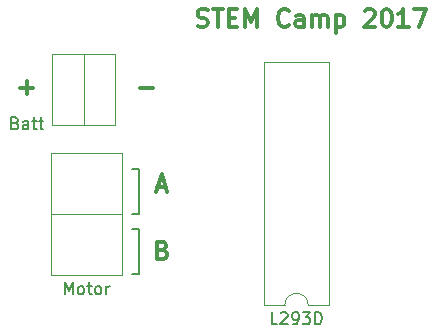
<source format=gto>
G04 #@! TF.FileFunction,Legend,Top*
%FSLAX46Y46*%
G04 Gerber Fmt 4.6, Leading zero omitted, Abs format (unit mm)*
G04 Created by KiCad (PCBNEW 4.0.6) date Wed Jun 28 23:47:14 2017*
%MOMM*%
%LPD*%
G01*
G04 APERTURE LIST*
%ADD10C,0.100000*%
%ADD11C,0.150000*%
%ADD12C,0.375000*%
%ADD13C,0.200000*%
%ADD14C,0.300000*%
%ADD15C,0.120000*%
%ADD16O,2.940000X1.924000*%
%ADD17R,2.000000X2.000000*%
%ADD18O,2.000000X2.000000*%
%ADD19O,3.000000X2.400000*%
%ADD20R,2.400000X3.000000*%
%ADD21O,2.400000X3.000000*%
G04 APERTURE END LIST*
D10*
D11*
X172156666Y-103322381D02*
X172156666Y-102322381D01*
X172490000Y-103036667D01*
X172823333Y-102322381D01*
X172823333Y-103322381D01*
X173442380Y-103322381D02*
X173347142Y-103274762D01*
X173299523Y-103227143D01*
X173251904Y-103131905D01*
X173251904Y-102846190D01*
X173299523Y-102750952D01*
X173347142Y-102703333D01*
X173442380Y-102655714D01*
X173585238Y-102655714D01*
X173680476Y-102703333D01*
X173728095Y-102750952D01*
X173775714Y-102846190D01*
X173775714Y-103131905D01*
X173728095Y-103227143D01*
X173680476Y-103274762D01*
X173585238Y-103322381D01*
X173442380Y-103322381D01*
X174061428Y-102655714D02*
X174442380Y-102655714D01*
X174204285Y-102322381D02*
X174204285Y-103179524D01*
X174251904Y-103274762D01*
X174347142Y-103322381D01*
X174442380Y-103322381D01*
X174918571Y-103322381D02*
X174823333Y-103274762D01*
X174775714Y-103227143D01*
X174728095Y-103131905D01*
X174728095Y-102846190D01*
X174775714Y-102750952D01*
X174823333Y-102703333D01*
X174918571Y-102655714D01*
X175061429Y-102655714D01*
X175156667Y-102703333D01*
X175204286Y-102750952D01*
X175251905Y-102846190D01*
X175251905Y-103131905D01*
X175204286Y-103227143D01*
X175156667Y-103274762D01*
X175061429Y-103322381D01*
X174918571Y-103322381D01*
X175680476Y-103322381D02*
X175680476Y-102655714D01*
X175680476Y-102846190D02*
X175728095Y-102750952D01*
X175775714Y-102703333D01*
X175870952Y-102655714D01*
X175966191Y-102655714D01*
X167957619Y-88828571D02*
X168100476Y-88876190D01*
X168148095Y-88923810D01*
X168195714Y-89019048D01*
X168195714Y-89161905D01*
X168148095Y-89257143D01*
X168100476Y-89304762D01*
X168005238Y-89352381D01*
X167624285Y-89352381D01*
X167624285Y-88352381D01*
X167957619Y-88352381D01*
X168052857Y-88400000D01*
X168100476Y-88447619D01*
X168148095Y-88542857D01*
X168148095Y-88638095D01*
X168100476Y-88733333D01*
X168052857Y-88780952D01*
X167957619Y-88828571D01*
X167624285Y-88828571D01*
X169052857Y-89352381D02*
X169052857Y-88828571D01*
X169005238Y-88733333D01*
X168910000Y-88685714D01*
X168719523Y-88685714D01*
X168624285Y-88733333D01*
X169052857Y-89304762D02*
X168957619Y-89352381D01*
X168719523Y-89352381D01*
X168624285Y-89304762D01*
X168576666Y-89209524D01*
X168576666Y-89114286D01*
X168624285Y-89019048D01*
X168719523Y-88971429D01*
X168957619Y-88971429D01*
X169052857Y-88923810D01*
X169386190Y-88685714D02*
X169767142Y-88685714D01*
X169529047Y-88352381D02*
X169529047Y-89209524D01*
X169576666Y-89304762D01*
X169671904Y-89352381D01*
X169767142Y-89352381D01*
X169957619Y-88685714D02*
X170338571Y-88685714D01*
X170100476Y-88352381D02*
X170100476Y-89209524D01*
X170148095Y-89304762D01*
X170243333Y-89352381D01*
X170338571Y-89352381D01*
X190150953Y-105862381D02*
X189674762Y-105862381D01*
X189674762Y-104862381D01*
X190436667Y-104957619D02*
X190484286Y-104910000D01*
X190579524Y-104862381D01*
X190817620Y-104862381D01*
X190912858Y-104910000D01*
X190960477Y-104957619D01*
X191008096Y-105052857D01*
X191008096Y-105148095D01*
X190960477Y-105290952D01*
X190389048Y-105862381D01*
X191008096Y-105862381D01*
X191484286Y-105862381D02*
X191674762Y-105862381D01*
X191770001Y-105814762D01*
X191817620Y-105767143D01*
X191912858Y-105624286D01*
X191960477Y-105433810D01*
X191960477Y-105052857D01*
X191912858Y-104957619D01*
X191865239Y-104910000D01*
X191770001Y-104862381D01*
X191579524Y-104862381D01*
X191484286Y-104910000D01*
X191436667Y-104957619D01*
X191389048Y-105052857D01*
X191389048Y-105290952D01*
X191436667Y-105386190D01*
X191484286Y-105433810D01*
X191579524Y-105481429D01*
X191770001Y-105481429D01*
X191865239Y-105433810D01*
X191912858Y-105386190D01*
X191960477Y-105290952D01*
X192293810Y-104862381D02*
X192912858Y-104862381D01*
X192579524Y-105243333D01*
X192722382Y-105243333D01*
X192817620Y-105290952D01*
X192865239Y-105338571D01*
X192912858Y-105433810D01*
X192912858Y-105671905D01*
X192865239Y-105767143D01*
X192817620Y-105814762D01*
X192722382Y-105862381D01*
X192436667Y-105862381D01*
X192341429Y-105814762D01*
X192293810Y-105767143D01*
X193341429Y-105862381D02*
X193341429Y-104862381D01*
X193579524Y-104862381D01*
X193722382Y-104910000D01*
X193817620Y-105005238D01*
X193865239Y-105100476D01*
X193912858Y-105290952D01*
X193912858Y-105433810D01*
X193865239Y-105624286D01*
X193817620Y-105719524D01*
X193722382Y-105814762D01*
X193579524Y-105862381D01*
X193341429Y-105862381D01*
D12*
X178498572Y-85832143D02*
X179641429Y-85832143D01*
D13*
X178435000Y-92710000D02*
X177800000Y-92710000D01*
X178435000Y-92710000D02*
X178435000Y-96520000D01*
X178435000Y-96520000D02*
X177800000Y-96520000D01*
X178435000Y-101600000D02*
X177800000Y-101600000D01*
X178435000Y-97790000D02*
X177800000Y-97790000D01*
X178435000Y-97790000D02*
X178435000Y-101600000D01*
D14*
X180447143Y-99587857D02*
X180661429Y-99659286D01*
X180732857Y-99730714D01*
X180804286Y-99873571D01*
X180804286Y-100087857D01*
X180732857Y-100230714D01*
X180661429Y-100302143D01*
X180518571Y-100373571D01*
X179947143Y-100373571D01*
X179947143Y-98873571D01*
X180447143Y-98873571D01*
X180590000Y-98945000D01*
X180661429Y-99016429D01*
X180732857Y-99159286D01*
X180732857Y-99302143D01*
X180661429Y-99445000D01*
X180590000Y-99516429D01*
X180447143Y-99587857D01*
X179947143Y-99587857D01*
X179982857Y-94230000D02*
X180697143Y-94230000D01*
X179840000Y-94658571D02*
X180340000Y-93158571D01*
X180840000Y-94658571D01*
D12*
X168338572Y-85832143D02*
X169481429Y-85832143D01*
X168910000Y-86403571D02*
X168910000Y-85260714D01*
D14*
X183397144Y-80617143D02*
X183611430Y-80688571D01*
X183968573Y-80688571D01*
X184111430Y-80617143D01*
X184182859Y-80545714D01*
X184254287Y-80402857D01*
X184254287Y-80260000D01*
X184182859Y-80117143D01*
X184111430Y-80045714D01*
X183968573Y-79974286D01*
X183682859Y-79902857D01*
X183540001Y-79831429D01*
X183468573Y-79760000D01*
X183397144Y-79617143D01*
X183397144Y-79474286D01*
X183468573Y-79331429D01*
X183540001Y-79260000D01*
X183682859Y-79188571D01*
X184040001Y-79188571D01*
X184254287Y-79260000D01*
X184682858Y-79188571D02*
X185540001Y-79188571D01*
X185111430Y-80688571D02*
X185111430Y-79188571D01*
X186040001Y-79902857D02*
X186540001Y-79902857D01*
X186754287Y-80688571D02*
X186040001Y-80688571D01*
X186040001Y-79188571D01*
X186754287Y-79188571D01*
X187397144Y-80688571D02*
X187397144Y-79188571D01*
X187897144Y-80260000D01*
X188397144Y-79188571D01*
X188397144Y-80688571D01*
X191111430Y-80545714D02*
X191040001Y-80617143D01*
X190825715Y-80688571D01*
X190682858Y-80688571D01*
X190468573Y-80617143D01*
X190325715Y-80474286D01*
X190254287Y-80331429D01*
X190182858Y-80045714D01*
X190182858Y-79831429D01*
X190254287Y-79545714D01*
X190325715Y-79402857D01*
X190468573Y-79260000D01*
X190682858Y-79188571D01*
X190825715Y-79188571D01*
X191040001Y-79260000D01*
X191111430Y-79331429D01*
X192397144Y-80688571D02*
X192397144Y-79902857D01*
X192325715Y-79760000D01*
X192182858Y-79688571D01*
X191897144Y-79688571D01*
X191754287Y-79760000D01*
X192397144Y-80617143D02*
X192254287Y-80688571D01*
X191897144Y-80688571D01*
X191754287Y-80617143D01*
X191682858Y-80474286D01*
X191682858Y-80331429D01*
X191754287Y-80188571D01*
X191897144Y-80117143D01*
X192254287Y-80117143D01*
X192397144Y-80045714D01*
X193111430Y-80688571D02*
X193111430Y-79688571D01*
X193111430Y-79831429D02*
X193182858Y-79760000D01*
X193325716Y-79688571D01*
X193540001Y-79688571D01*
X193682858Y-79760000D01*
X193754287Y-79902857D01*
X193754287Y-80688571D01*
X193754287Y-79902857D02*
X193825716Y-79760000D01*
X193968573Y-79688571D01*
X194182858Y-79688571D01*
X194325716Y-79760000D01*
X194397144Y-79902857D01*
X194397144Y-80688571D01*
X195111430Y-79688571D02*
X195111430Y-81188571D01*
X195111430Y-79760000D02*
X195254287Y-79688571D01*
X195540001Y-79688571D01*
X195682858Y-79760000D01*
X195754287Y-79831429D01*
X195825716Y-79974286D01*
X195825716Y-80402857D01*
X195754287Y-80545714D01*
X195682858Y-80617143D01*
X195540001Y-80688571D01*
X195254287Y-80688571D01*
X195111430Y-80617143D01*
X197540001Y-79331429D02*
X197611430Y-79260000D01*
X197754287Y-79188571D01*
X198111430Y-79188571D01*
X198254287Y-79260000D01*
X198325716Y-79331429D01*
X198397144Y-79474286D01*
X198397144Y-79617143D01*
X198325716Y-79831429D01*
X197468573Y-80688571D01*
X198397144Y-80688571D01*
X199325715Y-79188571D02*
X199468572Y-79188571D01*
X199611429Y-79260000D01*
X199682858Y-79331429D01*
X199754287Y-79474286D01*
X199825715Y-79760000D01*
X199825715Y-80117143D01*
X199754287Y-80402857D01*
X199682858Y-80545714D01*
X199611429Y-80617143D01*
X199468572Y-80688571D01*
X199325715Y-80688571D01*
X199182858Y-80617143D01*
X199111429Y-80545714D01*
X199040001Y-80402857D01*
X198968572Y-80117143D01*
X198968572Y-79760000D01*
X199040001Y-79474286D01*
X199111429Y-79331429D01*
X199182858Y-79260000D01*
X199325715Y-79188571D01*
X201254286Y-80688571D02*
X200397143Y-80688571D01*
X200825715Y-80688571D02*
X200825715Y-79188571D01*
X200682858Y-79402857D01*
X200540000Y-79545714D01*
X200397143Y-79617143D01*
X201754286Y-79188571D02*
X202754286Y-79188571D01*
X202111429Y-80688571D01*
D15*
X192770000Y-104260000D02*
X194540000Y-104260000D01*
X194540000Y-104260000D02*
X194540000Y-83700000D01*
X194540000Y-83700000D02*
X189000000Y-83700000D01*
X189000000Y-83700000D02*
X189000000Y-104260000D01*
X189000000Y-104260000D02*
X190770000Y-104260000D01*
X190770000Y-104260000D02*
G75*
G02X192770000Y-104260000I1000000J0D01*
G01*
X170970000Y-96520000D02*
X176970000Y-96520000D01*
X170970000Y-101700000D02*
X176970000Y-101700000D01*
X176970000Y-101700000D02*
X176970000Y-91340000D01*
X176970000Y-91340000D02*
X170970000Y-91340000D01*
X170970000Y-91340000D02*
X170970000Y-101700000D01*
X173736000Y-82959000D02*
X173736000Y-88959000D01*
X171096000Y-82959000D02*
X171096000Y-88959000D01*
X171096000Y-88959000D02*
X176376000Y-88959000D01*
X176376000Y-88959000D02*
X176376000Y-82959000D01*
X176376000Y-82959000D02*
X171096000Y-82959000D01*
%LPC*%
D16*
X157251400Y-99606100D03*
X157251400Y-97066100D03*
X157251400Y-94526100D03*
X157251400Y-89446100D03*
X157251400Y-86906100D03*
X205511400Y-117386100D03*
X205511400Y-114846100D03*
X205511400Y-112306100D03*
X205511400Y-109766100D03*
X205511400Y-107226100D03*
X205511400Y-104686100D03*
X205511400Y-102146100D03*
X205511400Y-99606100D03*
X205511400Y-95542100D03*
X205511400Y-93002100D03*
X205511400Y-90462100D03*
X205511400Y-87922100D03*
X205511400Y-85382100D03*
X205511400Y-82842100D03*
X205511400Y-80302100D03*
X205511400Y-77762100D03*
X157251400Y-91986100D03*
D17*
X195580000Y-102870000D03*
D18*
X187960000Y-85090000D03*
X195580000Y-100330000D03*
X187960000Y-87630000D03*
X195580000Y-97790000D03*
X187960000Y-90170000D03*
X195580000Y-95250000D03*
X187960000Y-92710000D03*
X195580000Y-92710000D03*
X187960000Y-95250000D03*
X195580000Y-90170000D03*
X187960000Y-97790000D03*
X195580000Y-87630000D03*
X187960000Y-100330000D03*
X195580000Y-85090000D03*
X187960000Y-102870000D03*
D19*
X173990000Y-100330000D03*
X173990000Y-97790000D03*
X173990000Y-95250000D03*
X173990000Y-92710000D03*
D20*
X172466000Y-85979000D03*
D21*
X175006000Y-85979000D03*
M02*

</source>
